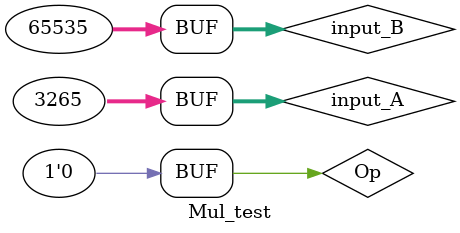
<source format=v>
`timescale 1ns / 1ns


module Mul_test();
    parameter SIZE = 32;
    reg [SIZE-1:0]input_A;
    reg [SIZE-1:0]input_B;
    reg Op;
    wire [SIZE-1:0]F;
    initial begin
        input_A=32'h0000_0001;
        input_B=32'h0000_1112;
        Op=1'b0;
        #50
        Op=1'b1;
        #50;
        input_A=32'h0000_0cc1;
        input_B=32'h0000_ffff;
        #50;
        Op=1'b0;
    end
    Multiplexer Mul(
        .input_A(input_A),
        .input_B(input_B),
        .output_Data(F),
        .Mul_Op(Op)
    );
endmodule

</source>
